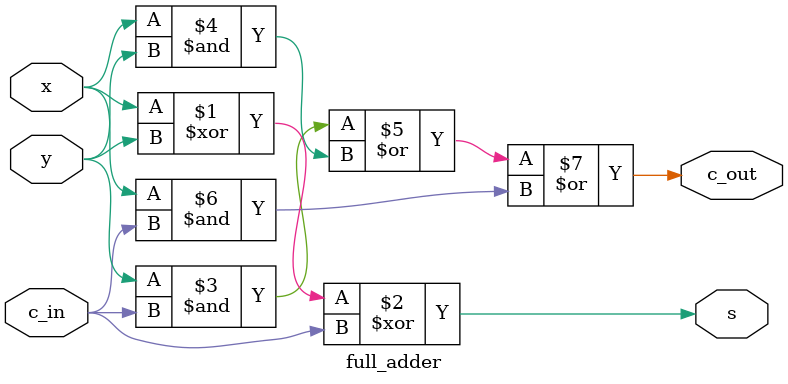
<source format=v>
module full_adder(x,y,c_in,s,c_out);
   input x,y,c_in;
   output s,c_out;
 assign s = (x^y) ^ c_in;
 assign c_out = (y&c_in)| (x&y) | (x&c_in);
endmodule 
</source>
